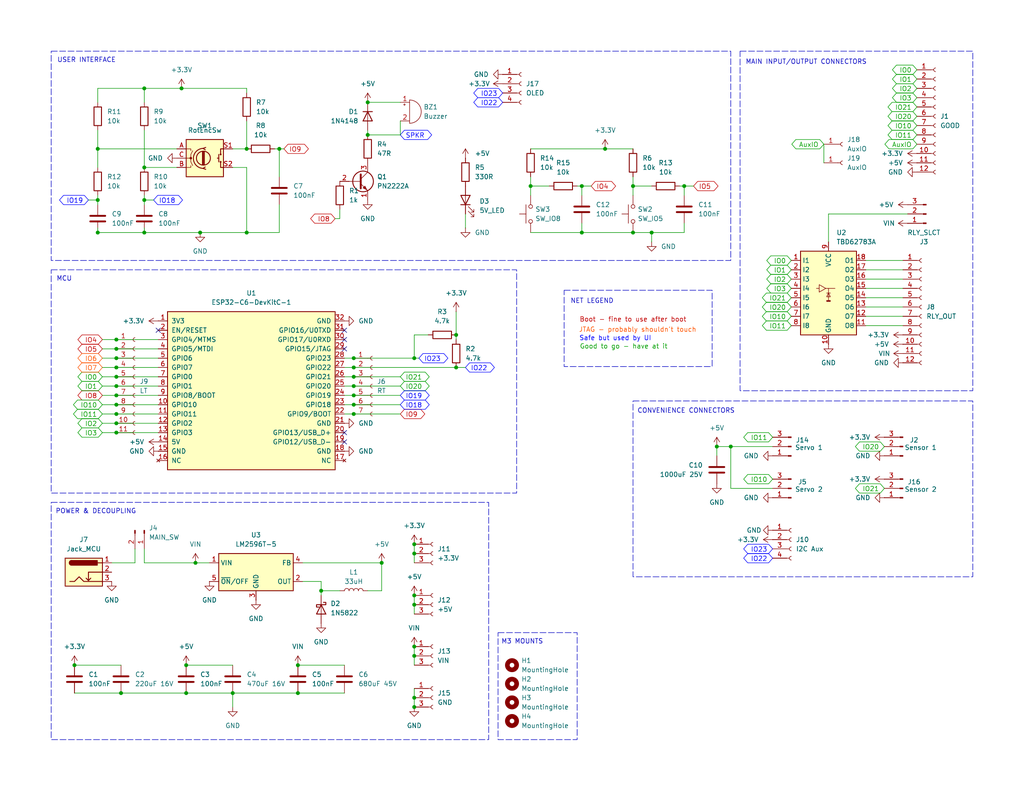
<source format=kicad_sch>
(kicad_sch (version 20250114) (generator "eeschema") (generator_version "9.0")
  (paper "USLetter")
  (title_block (title "Papa's Project Board (ESP32-C6-DevKitC-1-N8)") (date "${RevDate}") (rev "${Rev}") (company "Ben Koren"))
  (rectangle (start 13.97 73.66) (end 140.97 134.62) (stroke (width 0) (type dash)))
  (rectangle (start 13.97 137.16) (end 133.35 201.93) (stroke (width 0) (type dash)))
  (rectangle (start 201.93 13.97) (end 265.43 106.68) (stroke (width 0) (type dash)))
  (rectangle (start 153.924 79.248) (end 194.31 100.076) (stroke (width 0) (type dash)))
  (rectangle (start 135.89 172.72) (end 157.48 201.93) (stroke (width 0) (type dash)))
  (rectangle (start 172.72 109.474) (end 265.43 157.48) (stroke (width 0) (type dash)))
  (rectangle (start 13.97 13.97) (end 199.39 71.12) (stroke (width 0) (type dash)))
  (text "JTAG - probably shouldn't touch" (at 173.99 90.17 0) (effects (font (size 1.27 1.27))))
  (text "USER INTERFACE" (at 23.622 16.51 0) (effects (font (size 1.27 1.27))))
  (text "Boot - fine to use after boot" (at 172.72 87.376 0) (effects (font (size 1.27 1.27))))
  (text "Good to go - have at it" (at 170.18 94.742 0) (effects (font (size 1.27 1.27))))
  (text "MAIN INPUT/OUTPUT CONNECTORS" (at 219.964 17.018 0) (effects (font (size 1.27 1.27))))
  (text "MCU" (at 17.526 76.2 0) (effects (font (size 1.27 1.27))))
  (text "M3 MOUNTS" (at 142.494 175.26 0) (effects (font (size 1.27 1.27))))
  (text "Safe but used by UI" (at 167.894 92.456 0) (effects (font (size 1.27 1.27))))
  (text "NET LEGEND" (at 161.544 82.296 0) (effects (font (size 1.27 1.27))))
  (text "POWER & DECOUPLING" (at 26.162 139.7 0) (effects (font (size 1.27 1.27))))
  (text "CONVENIENCE CONNECTORS" (at 187.198 112.268 0) (effects (font (size 1.27 1.27))))
  (junction (at 26.67 54.61))
  (junction (at 113.03 148.59))
  (junction (at 26.67 63.5))
  (junction (at 31.75 113.03))
  (junction (at 54.61 63.5))
  (junction (at 31.75 110.49))
  (junction (at 195.58 121.92))
  (junction (at 100.33 27.94))
  (junction (at 33.02 189.23))
  (junction (at 100.33 36.83))
  (junction (at 67.31 40.64))
  (junction (at 39.37 45.72))
  (junction (at 31.75 97.79))
  (junction (at 172.72 50.8))
  (junction (at 113.03 193.04))
  (junction (at 113.03 151.13))
  (junction (at 96.52 105.41))
  (junction (at 31.75 100.33))
  (junction (at 31.75 107.95))
  (junction (at 31.75 105.41))
  (junction (at 113.03 165.1))
  (junction (at 31.75 115.57))
  (junction (at 39.37 63.5))
  (junction (at 31.75 95.25))
  (junction (at 113.03 190.5))
  (junction (at 87.63 161.29))
  (junction (at 172.72 63.5))
  (junction (at 31.75 102.87))
  (junction (at 39.37 24.13))
  (junction (at 31.75 118.11))
  (junction (at 113.03 179.07))
  (junction (at 113.03 97.79))
  (junction (at 96.52 107.95))
  (junction (at 63.5 189.23))
  (junction (at 81.28 189.23))
  (junction (at 177.8 63.5))
  (junction (at 50.8 181.61))
  (junction (at 20.32 181.61))
  (junction (at 186.69 50.8))
  (junction (at 81.28 181.61))
  (junction (at 96.52 102.87))
  (junction (at 113.03 162.56))
  (junction (at 96.52 113.03))
  (junction (at 76.2 40.64))
  (junction (at 26.67 40.64))
  (junction (at 49.53 24.13))
  (junction (at 67.31 63.5))
  (junction (at 199.39 121.92))
  (junction (at 31.75 92.71))
  (junction (at 158.75 63.5))
  (junction (at 144.78 50.8))
  (junction (at 50.8 189.23))
  (junction (at 113.03 176.53))
  (junction (at 39.37 54.61))
  (junction (at 96.52 110.49))
  (junction (at 124.46 91.44))
  (junction (at 104.14 153.67))
  (junction (at 53.34 153.67))
  (junction (at 96.52 97.79))
  (junction (at 165.1 40.64))
  (junction (at 158.75 50.8))
  (junction (at 96.52 100.33))
  (junction (at 124.46 100.33))
  (no_connect (at 93.98 90.17))
  (no_connect (at 93.98 95.25))
  (no_connect (at 43.18 90.17))
  (no_connect (at 93.98 118.11))
  (no_connect (at 93.98 120.65))
  (no_connect (at 93.98 92.71))
  (wire (pts (xy 31.75 113.03) (xy 43.18 113.03)))
  (wire (pts (xy 113.03 91.44) (xy 113.03 97.79)))
  (wire (pts (xy 158.75 50.8) (xy 161.29 50.8)))
  (wire (pts (xy 127 100.33) (xy 124.46 100.33)))
  (wire (pts (xy 186.69 50.8) (xy 186.69 53.34)))
  (wire (pts (xy 96.52 110.49) (xy 109.22 110.49)))
  (wire (pts (xy 93.98 102.87) (xy 96.52 102.87)))
  (wire (pts (xy 31.75 95.25) (xy 43.18 95.25)))
  (wire (pts (xy 31.75 100.33) (xy 43.18 100.33)))
  (wire (pts (xy 26.67 45.72) (xy 26.67 40.64)))
  (wire (pts (xy 172.72 48.26) (xy 172.72 50.8)))
  (wire (pts (xy 82.55 158.75) (xy 87.63 158.75)))
  (wire (pts (xy 53.34 153.67) (xy 39.37 153.67)))
  (wire (pts (xy 100.33 35.56) (xy 100.33 36.83)))
  (wire (pts (xy 31.75 110.49) (xy 43.18 110.49)))
  (wire (pts (xy 63.5 45.72) (xy 67.31 45.72)))
  (wire (pts (xy 27.94 115.57) (xy 31.75 115.57)))
  (wire (pts (xy 113.03 190.5) (xy 113.03 193.04)))
  (wire (pts (xy 26.67 62.23) (xy 26.67 63.5)))
  (wire (pts (xy 113.03 179.07) (xy 113.03 181.61)))
  (wire (pts (xy 67.31 25.4) (xy 67.31 24.13)))
  (wire (pts (xy 113.03 176.53) (xy 113.03 179.07)))
  (wire (pts (xy 116.84 91.44) (xy 113.03 91.44)))
  (wire (pts (xy 236.22 78.74) (xy 246.38 78.74)))
  (wire (pts (xy 76.2 40.64) (xy 76.2 48.26)))
  (wire (pts (xy 177.8 63.5) (xy 172.72 63.5)))
  (wire (pts (xy 247.65 58.42) (xy 226.06 58.42)))
  (wire (pts (xy 67.31 45.72) (xy 67.31 63.5)))
  (wire (pts (xy 76.2 63.5) (xy 67.31 63.5)))
  (wire (pts (xy 39.37 53.34) (xy 39.37 54.61)))
  (wire (pts (xy 26.67 24.13) (xy 39.37 24.13)))
  (wire (pts (xy 124.46 85.09) (xy 124.46 91.44)))
  (wire (pts (xy 27.94 113.03) (xy 31.75 113.03)))
  (wire (pts (xy 236.22 76.2) (xy 246.38 76.2)))
  (wire (pts (xy 82.55 153.67) (xy 104.14 153.67)))
  (wire (pts (xy 236.22 86.36) (xy 246.38 86.36)))
  (wire (pts (xy 27.94 105.41) (xy 31.75 105.41)))
  (wire (pts (xy 226.06 58.42) (xy 226.06 66.04)))
  (wire (pts (xy 93.98 97.79) (xy 96.52 97.79)))
  (wire (pts (xy 236.22 81.28) (xy 246.38 81.28)))
  (wire (pts (xy 186.69 50.8) (xy 189.23 50.8)))
  (wire (pts (xy 31.75 107.95) (xy 43.18 107.95)))
  (wire (pts (xy 236.22 73.66) (xy 246.38 73.66)))
  (wire (pts (xy 93.98 105.41) (xy 96.52 105.41)))
  (wire (pts (xy 39.37 45.72) (xy 48.26 45.72)))
  (wire (pts (xy 96.52 105.41) (xy 109.22 105.41)))
  (wire (pts (xy 50.8 181.61) (xy 63.5 181.61)))
  (wire (pts (xy 144.78 63.5) (xy 158.75 63.5)))
  (wire (pts (xy 93.98 100.33) (xy 96.52 100.33)))
  (wire (pts (xy 27.94 110.49) (xy 31.75 110.49)))
  (wire (pts (xy 236.22 88.9) (xy 246.38 88.9)))
  (wire (pts (xy 31.75 105.41) (xy 43.18 105.41)))
  (wire (pts (xy 92.71 57.15) (xy 92.71 59.69)))
  (wire (pts (xy 31.75 92.71) (xy 43.18 92.71)))
  (wire (pts (xy 100.33 27.94) (xy 109.22 27.94)))
  (wire (pts (xy 31.75 102.87) (xy 43.18 102.87)))
  (wire (pts (xy 199.39 133.35) (xy 199.39 121.92)))
  (wire (pts (xy 24.13 54.61) (xy 26.67 54.61)))
  (wire (pts (xy 236.22 83.82) (xy 246.38 83.82)))
  (wire (pts (xy 50.8 189.23) (xy 63.5 189.23)))
  (wire (pts (xy 185.42 50.8) (xy 186.69 50.8)))
  (wire (pts (xy 109.22 36.83) (xy 109.22 33.02)))
  (wire (pts (xy 113.03 187.96) (xy 113.03 190.5)))
  (wire (pts (xy 172.72 50.8) (xy 172.72 53.34)))
  (wire (pts (xy 210.82 133.35) (xy 199.39 133.35)))
  (wire (pts (xy 27.94 92.71) (xy 31.75 92.71)))
  (wire (pts (xy 165.1 40.64) (xy 172.72 40.64)))
  (wire (pts (xy 39.37 153.67) (xy 39.37 149.86)))
  (wire (pts (xy 39.37 35.56) (xy 39.37 45.72)))
  (wire (pts (xy 158.75 63.5) (xy 172.72 63.5)))
  (wire (pts (xy 93.98 113.03) (xy 96.52 113.03)))
  (wire (pts (xy 33.02 189.23) (xy 50.8 189.23)))
  (wire (pts (xy 27.94 118.11) (xy 31.75 118.11)))
  (wire (pts (xy 104.14 153.67) (xy 104.14 161.29)))
  (wire (pts (xy 31.75 118.11) (xy 43.18 118.11)))
  (wire (pts (xy 26.67 35.56) (xy 26.67 40.64)))
  (wire (pts (xy 74.93 40.64) (xy 76.2 40.64)))
  (wire (pts (xy 39.37 63.5) (xy 39.37 62.23)))
  (wire (pts (xy 26.67 24.13) (xy 26.67 27.94)))
  (wire (pts (xy 67.31 33.02) (xy 67.31 40.64)))
  (wire (pts (xy 39.37 24.13) (xy 39.37 27.94)))
  (wire (pts (xy 124.46 91.44) (xy 124.46 92.71)))
  (wire (pts (xy 31.75 97.79) (xy 43.18 97.79)))
  (wire (pts (xy 158.75 50.8) (xy 158.75 53.34)))
  (wire (pts (xy 39.37 54.61) (xy 41.91 54.61)))
  (wire (pts (xy 144.78 50.8) (xy 144.78 53.34)))
  (wire (pts (xy 36.83 153.67) (xy 30.48 153.67)))
  (wire (pts (xy 144.78 48.26) (xy 144.78 50.8)))
  (wire (pts (xy 113.03 165.1) (xy 113.03 167.64)))
  (wire (pts (xy 20.32 181.61) (xy 33.02 181.61)))
  (wire (pts (xy 26.67 40.64) (xy 48.26 40.64)))
  (wire (pts (xy 127 62.23) (xy 127 58.42)))
  (wire (pts (xy 26.67 55.88) (xy 26.67 54.61)))
  (wire (pts (xy 54.61 63.5) (xy 39.37 63.5)))
  (wire (pts (xy 27.94 100.33) (xy 31.75 100.33)))
  (wire (pts (xy 67.31 40.64) (xy 63.5 40.64)))
  (wire (pts (xy 186.69 63.5) (xy 177.8 63.5)))
  (wire (pts (xy 96.52 97.79) (xy 113.03 97.79)))
  (wire (pts (xy 31.75 115.57) (xy 43.18 115.57)))
  (wire (pts (xy 27.94 102.87) (xy 31.75 102.87)))
  (wire (pts (xy 76.2 55.88) (xy 76.2 63.5)))
  (wire (pts (xy 144.78 40.64) (xy 165.1 40.64)))
  (wire (pts (xy 158.75 60.96) (xy 158.75 63.5)))
  (wire (pts (xy 224.79 39.37) (xy 224.79 44.45)))
  (wire (pts (xy 236.22 71.12) (xy 246.38 71.12)))
  (wire (pts (xy 113.03 148.59) (xy 113.03 151.13)))
  (wire (pts (xy 157.48 50.8) (xy 158.75 50.8)))
  (wire (pts (xy 96.52 113.03) (xy 109.22 113.03)))
  (wire (pts (xy 87.63 161.29) (xy 92.71 161.29)))
  (wire (pts (xy 93.98 110.49) (xy 96.52 110.49)))
  (wire (pts (xy 199.39 121.92) (xy 210.82 121.92)))
  (wire (pts (xy 27.94 107.95) (xy 31.75 107.95)))
  (wire (pts (xy 81.28 189.23) (xy 93.98 189.23)))
  (wire (pts (xy 49.53 24.13) (xy 39.37 24.13)))
  (wire (pts (xy 195.58 121.92) (xy 199.39 121.92)))
  (wire (pts (xy 87.63 161.29) (xy 87.63 162.56)))
  (wire (pts (xy 93.98 107.95) (xy 96.52 107.95)))
  (wire (pts (xy 20.32 189.23) (xy 33.02 189.23)))
  (wire (pts (xy 87.63 161.29) (xy 87.63 158.75)))
  (wire (pts (xy 172.72 50.8) (xy 177.8 50.8)))
  (wire (pts (xy 76.2 40.64) (xy 77.47 40.64)))
  (wire (pts (xy 100.33 161.29) (xy 104.14 161.29)))
  (wire (pts (xy 100.33 36.83) (xy 109.22 36.83)))
  (wire (pts (xy 63.5 189.23) (xy 81.28 189.23)))
  (wire (pts (xy 186.69 60.96) (xy 186.69 63.5)))
  (wire (pts (xy 67.31 24.13) (xy 49.53 24.13)))
  (wire (pts (xy 81.28 181.61) (xy 93.98 181.61)))
  (wire (pts (xy 27.94 95.25) (xy 31.75 95.25)))
  (wire (pts (xy 114.3 97.79) (xy 113.03 97.79)))
  (wire (pts (xy 113.03 151.13) (xy 113.03 153.67)))
  (wire (pts (xy 39.37 63.5) (xy 26.67 63.5)))
  (wire (pts (xy 92.71 59.69) (xy 91.44 59.69)))
  (wire (pts (xy 39.37 54.61) (xy 39.37 55.88)))
  (wire (pts (xy 96.52 100.33) (xy 124.46 100.33)))
  (wire (pts (xy 54.61 63.5) (xy 67.31 63.5)))
  (wire (pts (xy 53.34 153.67) (xy 57.15 153.67)))
  (wire (pts (xy 63.5 189.23) (xy 63.5 193.04)))
  (wire (pts (xy 36.83 149.86) (xy 36.83 153.67)))
  (wire (pts (xy 177.8 66.04) (xy 177.8 63.5)))
  (wire (pts (xy 96.52 107.95) (xy 109.22 107.95)))
  (wire (pts (xy 27.94 97.79) (xy 31.75 97.79)))
  (wire (pts (xy 26.67 54.61) (xy 26.67 53.34)))
  (wire (pts (xy 113.03 162.56) (xy 113.03 165.1)))
  (wire (pts (xy 144.78 50.8) (xy 149.86 50.8)))
  (wire (pts (xy 96.52 102.87) (xy 109.22 102.87)))
  (wire (pts (xy 195.58 121.92) (xy 195.58 124.46)))
  (global_label "IO20" (shape bidirectional) (at 109.22 105.41 0) (property "Intersheetrefs" "${INTERSHEET_REFS}" (effects (hide yes))))
  (global_label "IO20" (shape bidirectional) (at 250.19 31.75 180) (property "Intersheetrefs" "${INTERSHEET_REFS}" (effects (hide yes))))
  (global_label "IO11" (shape bidirectional) (at 250.19 36.83 180) (property "Intersheetrefs" "${INTERSHEET_REFS}" (effects (hide yes))))
  (global_label "IO2" (shape bidirectional) (at 250.19 24.13 180) (property "Intersheetrefs" "${INTERSHEET_REFS}" (effects (hide yes))))
  (global_label "SPKR" (shape bidirectional) (at 109.22 36.83 0) (property "Intersheetrefs" "${INTERSHEET_REFS}" (effects (hide yes))))
  (global_label "IO11" (shape bidirectional) (at 215.9 88.9 180) (property "Intersheetrefs" "${INTERSHEET_REFS}" (effects (hide yes))))
  (global_label "AuxIO" (shape bidirectional) (at 250.19 39.37 180) (property "Intersheetrefs" "${INTERSHEET_REFS}" (effects (hide yes))))
  (global_label "IO9" (shape bidirectional) (at 109.22 113.03 0) (property "Intersheetrefs" "${INTERSHEET_REFS}" (effects (hide yes))))
  (global_label "IO18" (shape bidirectional) (at 109.22 110.49 0) (property "Intersheetrefs" "${INTERSHEET_REFS}" (effects (hide yes))))
  (global_label "IO21" (shape bidirectional) (at 250.19 29.21 180) (property "Intersheetrefs" "${INTERSHEET_REFS}" (effects (hide yes))))
  (global_label "IO4" (shape bidirectional) (at 27.94 92.71 180) (property "Intersheetrefs" "${INTERSHEET_REFS}" (effects (hide yes))))
  (global_label "IO8" (shape bidirectional) (at 91.44 59.69 180) (property "Intersheetrefs" "${INTERSHEET_REFS}" (effects (hide yes))))
  (global_label "IO23" (shape bidirectional) (at 210.82 149.86 180) (property "Intersheetrefs" "${INTERSHEET_REFS}" (effects (hide yes))))
  (global_label "IO10" (shape bidirectional) (at 210.82 130.81 180) (property "Intersheetrefs" "${INTERSHEET_REFS}" (effects (hide yes))))
  (global_label "IO10" (shape bidirectional) (at 27.94 110.49 180) (property "Intersheetrefs" "${INTERSHEET_REFS}" (effects (hide yes))))
  (global_label "IO20" (shape bidirectional) (at 241.3 121.92 180) (property "Intersheetrefs" "${INTERSHEET_REFS}" (effects (hide yes))))
  (global_label "IO2" (shape bidirectional) (at 215.9 76.2 180) (property "Intersheetrefs" "${INTERSHEET_REFS}" (effects (hide yes))))
  (global_label "IO2" (shape bidirectional) (at 27.94 115.57 180) (property "Intersheetrefs" "${INTERSHEET_REFS}" (effects (hide yes))))
  (global_label "IO23" (shape bidirectional) (at 114.3 97.79 0) (property "Intersheetrefs" "${INTERSHEET_REFS}" (effects (hide yes))))
  (global_label "IO7" (shape bidirectional) (at 27.94 100.33 180) (property "Intersheetrefs" "${INTERSHEET_REFS}" (effects (hide yes))))
  (global_label "IO19" (shape bidirectional) (at 109.22 107.95 0) (property "Intersheetrefs" "${INTERSHEET_REFS}" (effects (hide yes))))
  (global_label "IO6" (shape bidirectional) (at 27.94 97.79 180) (property "Intersheetrefs" "${INTERSHEET_REFS}" (effects (hide yes))))
  (global_label "IO4" (shape bidirectional) (at 161.29 50.8 0) (property "Intersheetrefs" "${INTERSHEET_REFS}" (effects (hide yes))))
  (global_label "IO1" (shape bidirectional) (at 27.94 105.41 180) (property "Intersheetrefs" "${INTERSHEET_REFS}" (effects (hide yes))))
  (global_label "IO3" (shape bidirectional) (at 250.19 26.67 180) (property "Intersheetrefs" "${INTERSHEET_REFS}" (effects (hide yes))))
  (global_label "IO0" (shape bidirectional) (at 215.9 71.12 180) (property "Intersheetrefs" "${INTERSHEET_REFS}" (effects (hide yes))))
  (global_label "IO10" (shape bidirectional) (at 250.19 34.29 180) (property "Intersheetrefs" "${INTERSHEET_REFS}" (effects (hide yes))))
  (global_label "IO1" (shape bidirectional) (at 250.19 21.59 180) (property "Intersheetrefs" "${INTERSHEET_REFS}" (effects (hide yes))))
  (global_label "IO0" (shape bidirectional) (at 250.19 19.05 180) (property "Intersheetrefs" "${INTERSHEET_REFS}" (effects (hide yes))))
  (global_label "IO8" (shape bidirectional) (at 27.94 107.95 180) (property "Intersheetrefs" "${INTERSHEET_REFS}" (effects (hide yes))))
  (global_label "IO23" (shape bidirectional) (at 137.16 25.4 180) (property "Intersheetrefs" "${INTERSHEET_REFS}" (effects (hide yes))))
  (global_label "IO22" (shape bidirectional) (at 210.82 152.4 180) (property "Intersheetrefs" "${INTERSHEET_REFS}" (effects (hide yes))))
  (global_label "IO9" (shape bidirectional) (at 77.47 40.64 0) (property "Intersheetrefs" "${INTERSHEET_REFS}" (effects (hide yes))))
  (global_label "IO22" (shape bidirectional) (at 137.16 27.94 180) (property "Intersheetrefs" "${INTERSHEET_REFS}" (effects (hide yes))))
  (global_label "IO21" (shape bidirectional) (at 109.22 102.87 0) (property "Intersheetrefs" "${INTERSHEET_REFS}" (effects (hide yes))))
  (global_label "IO20" (shape bidirectional) (at 215.9 83.82 180) (property "Intersheetrefs" "${INTERSHEET_REFS}" (effects (hide yes))))
  (global_label "IO3" (shape bidirectional) (at 27.94 118.11 180) (property "Intersheetrefs" "${INTERSHEET_REFS}" (effects (hide yes))))
  (global_label "IO11" (shape bidirectional) (at 27.94 113.03 180) (property "Intersheetrefs" "${INTERSHEET_REFS}" (effects (hide yes))))
  (global_label "IO1" (shape bidirectional) (at 215.9 73.66 180) (property "Intersheetrefs" "${INTERSHEET_REFS}" (effects (hide yes))))
  (global_label "IO3" (shape bidirectional) (at 215.9 78.74 180) (property "Intersheetrefs" "${INTERSHEET_REFS}" (effects (hide yes))))
  (global_label "IO10" (shape bidirectional) (at 215.9 86.36 180) (property "Intersheetrefs" "${INTERSHEET_REFS}" (effects (hide yes))))
  (global_label "IO18" (shape bidirectional) (at 41.91 54.61 0) (property "Intersheetrefs" "${INTERSHEET_REFS}" (effects (hide yes))))
  (global_label "IO22" (shape bidirectional) (at 127 100.33 0) (property "Intersheetrefs" "${INTERSHEET_REFS}" (effects (hide yes))))
  (global_label "IO5" (shape bidirectional) (at 189.23 50.8 0) (property "Intersheetrefs" "${INTERSHEET_REFS}" (effects (hide yes))))
  (global_label "IO11" (shape bidirectional) (at 210.82 119.38 180) (property "Intersheetrefs" "${INTERSHEET_REFS}" (effects (hide yes))))
  (global_label "IO21" (shape bidirectional) (at 241.3 133.35 180) (property "Intersheetrefs" "${INTERSHEET_REFS}" (effects (hide yes))))
  (global_label "IO0" (shape bidirectional) (at 27.94 102.87 180) (property "Intersheetrefs" "${INTERSHEET_REFS}" (effects (hide yes))))
  (global_label "IO21" (shape bidirectional) (at 215.9 81.28 180) (property "Intersheetrefs" "${INTERSHEET_REFS}" (effects (hide yes))))
  (global_label "AuxIO" (shape bidirectional) (at 224.79 39.37 180) (property "Intersheetrefs" "${INTERSHEET_REFS}" (effects (hide yes))))
  (global_label "IO5" (shape bidirectional) (at 27.94 95.25 180) (property "Intersheetrefs" "${INTERSHEET_REFS}" (effects (hide yes))))
  (global_label "IO19" (shape bidirectional) (at 24.13 54.61 180) (property "Intersheetrefs" "${INTERSHEET_REFS}" (effects (hide yes))))
  (symbol (lib_id "Device:R") (at 92.71 53.34 0) (unit 1)
    (property "Reference" "R1" (at 95.25 52.0699 0) (effects (justify left)))
    (property "Value" "1k" (at 95.25 54.6099 0) (effects (justify left)))
    (property "Footprint" "Resistor_THT:R_Axial_DIN0207_L6.3mm_D2.5mm_P10.16mm_Horizontal" (effects (hide yes)))
    (property "Description" "Resistor" (effects (hide yes)))
  )
  (symbol (lib_id "Switch:SW_Push") (at 172.72 58.42 90) (unit 1)
    (property "Reference" "SW2" (at 173.99 57.1499 90) (effects (justify right)))
    (property "Value" "SW_IO5" (at 173.99 59.6899 90) (effects (justify right)))
    (property "Footprint" "Button_Switch_THT:SW_PUSH-12mm_Wuerth-430476085716" (effects (hide yes)))
    (property "Description" "Push button switch, generic, two pins" (effects (hide yes)))
  )
  (symbol (lib_id "Mechanical:MountingHole") (at 139.7 196.85 0) (unit 1) (in_bom no)
    (property "Reference" "H4" (at 142.24 195.5799 0) (effects (justify left)))
    (property "Value" "MountingHole" (at 142.24 198.1199 0) (effects (justify left)))
    (property "Footprint" "MountingHole:MountingHole_3.2mm_M3" (effects (hide yes)))
    (property "Description" "Mounting Hole without connection" (effects (hide yes)))
  )
  (symbol (lib_id "Device:C") (at 158.75 57.15 0) (unit 1)
    (property "Reference" "C12" (at 162.56 55.8799 0) (effects (justify left)))
    (property "Value" "100nF" (at 162.56 58.4199 0) (effects (justify left)))
    (property "Footprint" "Capacitor_THT:C_Disc_D5.0mm_W2.5mm_P5.00mm" (effects (hide yes)))
    (property "Description" "Unpolarized capacitor" (effects (hide yes)))
  )
  (symbol (lib_id "power:GND") (at 69.85 163.83 0) (unit 1)
    (property "Reference" "#PWR014" (effects (hide yes)))
    (property "Value" "GND" (at 69.85 168.91 0))
    (property "Description" "Power symbol creates a global label with name \"GND\" , ground" (effects (hide yes)))
  )
  (symbol (lib_id "PCM_Espressif:ESP32-C6-DevKitC-1") (at 68.58 105.41 0) (unit 1)
    (property "Reference" "U1" (at 68.58 80.01 0))
    (property "Value" "ESP32-C6-DevKitC-1" (at 68.58 82.55 0))
    (property "Footprint" "PCM_Espressif:ESP32-C6-DevKitC-1" (effects (hide yes)))
    (property "Datasheet" "https://docs.espressif.com/projects/espressif-esp-dev-kits/en/latest/esp32c6/esp32-c6-devkitc-1/user_guide.html" (effects (hide yes)))
    (property "Description" "ESP32-C6-DevKitC-1" (effects (hide yes)))
  )
  (symbol (lib_id "power:GND") (at 177.8 66.04 0) (unit 1)
    (property "Reference" "#PWR055" (effects (hide yes)))
    (property "Value" "GND" (at 180.34 67.3099 0) (effects (justify left)))
    (property "Description" "Power symbol creates a global label with name \"GND\" , ground" (effects (hide yes)))
  )
  (symbol (lib_id "Device:C") (at 50.8 185.42 0) (unit 1)
    (property "Reference" "C3" (at 54.61 184.1499 0) (effects (justify left)))
    (property "Value" "100nF" (at 54.61 186.6899 0) (effects (justify left)))
    (property "Footprint" "Capacitor_THT:C_Disc_D5.0mm_W2.5mm_P5.00mm" (effects (hide yes)))
    (property "Description" "Unpolarized capacitor" (effects (hide yes)))
  )
  (symbol (lib_id "Device:C") (at 76.2 52.07 0) (unit 1)
    (property "Reference" "C7" (at 80.01 50.7999 0) (effects (justify left)))
    (property "Value" "100nF" (at 80.01 53.3399 0) (effects (justify left)))
    (property "Footprint" "Capacitor_THT:C_Disc_D5.0mm_W2.5mm_P5.00mm" (effects (hide yes)))
    (property "Description" "Unpolarized capacitor" (effects (hide yes)))
  )
  (symbol (lib_id "Device:C") (at 63.5 185.42 0) (unit 1)
    (property "Reference" "C4" (at 67.31 184.1499 0) (effects (justify left)))
    (property "Value" "470uF 16V" (at 67.31 186.6899 0) (effects (justify left)))
    (property "Footprint" "Capacitor_THT:CP_Radial_D8.0mm_P2.50mm" (effects (hide yes)))
    (property "Description" "Unpolarized capacitor" (effects (hide yes)))
  )
  (symbol (lib_name "Conn_01x03_Socket_2") (lib_id "Connector:Conn_01x03_Socket") (at 118.11 190.5 0) (unit 1)
    (property "Reference" "J15" (at 119.38 189.2299 0) (effects (justify left)))
    (property "Value" "GND" (at 119.38 191.7699 0) (effects (justify left)))
    (property "Footprint" "Connector_PinSocket_2.54mm:PinSocket_1x03_P2.54mm_Vertical" (effects (hide yes)))
    (property "Description" "Generic connector, single row, 01x03, script generated" (effects (hide yes)))
  )
  (symbol (lib_id "Diode:1N4148") (at 100.33 31.75 90) (mirror x) (unit 1)
    (property "Reference" "D1" (at 97.79 30.4799 90) (effects (justify left)))
    (property "Value" "1N4148" (at 97.79 33.0199 90) (effects (justify left)))
    (property "Footprint" "Diode_THT:D_DO-35_SOD27_P7.62mm_Horizontal" (effects (hide yes)))
    (property "Datasheet" "https://assets.nexperia.com/documents/data-sheet/1N4148_1N4448.pdf" (effects (hide yes)))
    (property "Description" "100V 0.15A standard switching diode, DO-35" (effects (hide yes)))
    (property "Sim.Device" "D" (effects (hide yes)))
    (property "Sim.Pins" "1=K 2=A" (effects (hide yes)))
  )
  (symbol (lib_id "power:VCC") (at 43.18 120.65 90) (unit 1)
    (property "Reference" "#PWR016" (effects (hide yes)))
    (property "Value" "+5V" (at 39.37 120.6499 90) (effects (justify left)))
    (property "Description" "Power symbol creates a global label with name \"VCC\"" (effects (hide yes)))
  )
  (symbol (lib_id "power:VCC") (at 247.65 60.96 90) (unit 1)
    (property "Reference" "#PWR030" (effects (hide yes)))
    (property "Value" "VIN" (at 242.57 60.96 90))
    (property "Description" "Power symbol creates a global label with name \"VCC\"" (effects (hide yes)))
  )
  (symbol (lib_id "power:GND") (at 195.58 132.08 0) (unit 1)
    (property "Reference" "#PWR07" (effects (hide yes)))
    (property "Value" "GND" (at 195.58 137.16 0))
    (property "Description" "Power symbol creates a global label with name \"GND\" , ground" (effects (hide yes)))
  )
  (symbol (lib_id "Transistor_Array:TBD62783A") (at 226.06 78.74 0) (unit 1)
    (property "Reference" "U2" (at 228.2033 63.5 0) (effects (justify left)))
    (property "Value" "TBD62783A" (at 228.2033 66.04 0) (effects (justify left)))
    (property "Footprint" "Package_DIP:DIP-18_W7.62mm_Socket" (effects (hide yes)))
    (property "Datasheet" "http://toshiba.semicon-storage.com/info/docget.jsp?did=30523&prodName=TBD62783APG" (effects (hide yes)))
    (property "Description" "8-Channel Source Type Transistor Array, TTL and CMOS compatible, 500mA, 50V, DIP-18/SOP-18/SSOP-18/SOIC-18W" (effects (hide yes)))
  )
  (symbol (lib_id "Device:R") (at 144.78 44.45 0) (unit 1)
    (property "Reference" "R14" (at 147.32 43.1799 0) (effects (justify left)))
    (property "Value" "10k" (at 147.32 45.7199 0) (effects (justify left)))
    (property "Footprint" "Resistor_THT:R_Axial_DIN0207_L6.3mm_D2.5mm_P10.16mm_Horizontal" (effects (hide yes)))
    (property "Description" "Resistor" (effects (hide yes)))
  )
  (symbol (lib_id "power:+5V") (at 50.8 181.61 0) (unit 1)
    (property "Reference" "#PWR023" (effects (hide yes)))
    (property "Value" "+5V" (at 50.8 176.53 0))
    (property "Description" "Power symbol creates a global label with name \"+5V\"" (effects (hide yes)))
  )
  (symbol (lib_id "power:+3.3V") (at 250.19 41.91 90) (unit 1)
    (property "Reference" "#PWR038" (effects (hide yes)))
    (property "Value" "+3.3V" (at 246.38 41.9099 90) (effects (justify left)))
    (property "Description" "Power symbol creates a global label with name \"+3.3V\"" (effects (hide yes)))
  )
  (symbol (lib_id "power:+3.3V") (at 246.38 91.44 90) (unit 1)
    (property "Reference" "#PWR034" (effects (hide yes)))
    (property "Value" "+3.3V" (at 242.57 91.4399 90) (effects (justify left)))
    (property "Description" "Power symbol creates a global label with name \"+3.3V\"" (effects (hide yes)))
  )
  (symbol (lib_id "Connector:Conn_01x03_Pin") (at 252.73 58.42 180) (unit 1)
    (property "Reference" "J3" (at 252.095 66.04 0))
    (property "Value" "RLY_SLCT" (at 252.095 63.5 0))
    (property "Footprint" "Connector_PinHeader_2.54mm:PinHeader_1x03_P2.54mm_Vertical" (effects (hide yes)))
    (property "Description" "Generic connector, single row, 01x03, script generated" (effects (hide yes)))
  )
  (symbol (lib_id "power:GND") (at 93.98 87.63 90) (unit 1)
    (property "Reference" "#PWR047" (effects (hide yes)))
    (property "Value" "GND" (at 97.79 87.6299 90) (effects (justify right)))
    (property "Description" "Power symbol creates a global label with name \"GND\" , ground" (effects (hide yes)))
  )
  (symbol (lib_id "Connector:Conn_01x01_Socket") (at 229.87 39.37 0) (unit 1)
    (property "Reference" "J18" (at 231.14 38.0999 0) (effects (justify left)))
    (property "Value" "AuxIO" (at 231.14 40.6399 0) (effects (justify left)))
    (property "Footprint" "TestPoint:TestPoint_Pad_D1.0mm" (effects (hide yes)))
    (property "Description" "Generic connector, single row, 01x01, script generated" (effects (hide yes)))
  )
  (symbol (lib_id "power:+3.3V") (at 20.32 181.61 0) (unit 1)
    (property "Reference" "#PWR027" (effects (hide yes)))
    (property "Value" "+3.3V" (at 20.32 176.53 0))
    (property "Description" "Power symbol creates a global label with name \"+3.3V\"" (effects (hide yes)))
  )
  (symbol (lib_id "Device:R") (at 127 46.99 0) (unit 1)
    (property "Reference" "R5" (at 129.54 45.7199 0) (effects (justify left)))
    (property "Value" "330R" (at 129.54 48.2599 0) (effects (justify left)))
    (property "Footprint" "Resistor_THT:R_Axial_DIN0207_L6.3mm_D2.5mm_P10.16mm_Horizontal" (effects (hide yes)))
    (property "Description" "Resistor" (effects (hide yes)))
  )
  (symbol (lib_id "Mechanical:MountingHole") (at 139.7 186.69 0) (unit 1) (in_bom no)
    (property "Reference" "H2" (at 142.24 185.4199 0) (effects (justify left)))
    (property "Value" "MountingHole" (at 142.24 187.9599 0) (effects (justify left)))
    (property "Footprint" "MountingHole:MountingHole_3.2mm_M3" (effects (hide yes)))
    (property "Description" "Mounting Hole without connection" (effects (hide yes)))
  )
  (symbol (lib_id "power:GND") (at 48.26 43.18 270) (unit 1)
    (property "Reference" "#PWR053" (effects (hide yes)))
    (property "Value" "GND" (at 44.45 43.1799 90) (effects (justify right)))
    (property "Description" "Power symbol creates a global label with name \"GND\" , ground" (effects (hide yes)))
  )
  (symbol (lib_name "Conn_01x03_Socket_2") (lib_id "Connector:Conn_01x03_Socket") (at 118.11 179.07 0) (unit 1)
    (property "Reference" "J13" (at 119.38 177.7999 0) (effects (justify left)))
    (property "Value" "VIN" (at 119.38 180.3399 0) (effects (justify left)))
    (property "Footprint" "Connector_PinSocket_2.54mm:PinSocket_1x03_P2.54mm_Vertical" (effects (hide yes)))
    (property "Description" "Generic connector, single row, 01x03, script generated" (effects (hide yes)))
  )
  (symbol (lib_id "Device:C") (at 81.28 185.42 0) (unit 1)
    (property "Reference" "C5" (at 85.09 184.1499 0) (effects (justify left)))
    (property "Value" "100nF" (at 85.09 186.6899 0) (effects (justify left)))
    (property "Footprint" "Capacitor_THT:C_Disc_D5.0mm_W2.5mm_P5.00mm" (effects (hide yes)))
    (property "Description" "Unpolarized capacitor" (effects (hide yes)))
  )
  (symbol (lib_id "Switch:SW_Push") (at 144.78 58.42 90) (unit 1)
    (property "Reference" "SW3" (at 146.05 57.1499 90) (effects (justify right)))
    (property "Value" "SW_IO8" (at 146.05 59.6899 90) (effects (justify right)))
    (property "Footprint" "Button_Switch_THT:SW_PUSH-12mm_Wuerth-430476085716" (effects (hide yes)))
    (property "Description" "Push button switch, generic, two pins" (effects (hide yes)))
  )
  (symbol (lib_id "Device:RotaryEncoder_Switch") (at 55.88 43.18 0) (unit 1)
    (property "Reference" "SW1" (at 55.88 34.29 0))
    (property "Value" "RotEncSw" (at 55.88 35.56 0))
    (property "Footprint" "Rotary_Encoder:RotaryEncoder_Alps_EC11E-Switch_Vertical_H20mm" (effects (hide yes)))
    (property "Description" "Rotary encoder, dual channel, incremental quadrate outputs, with switch" (effects (hide yes)))
  )
  (symbol (lib_id "power:+3.3V") (at 241.3 119.38 90) (unit 1)
    (property "Reference" "#PWR04" (effects (hide yes)))
    (property "Value" "+3.3V" (at 237.49 119.3799 90) (effects (justify left)))
    (property "Description" "Power symbol creates a global label with name \"+3.3V\"" (effects (hide yes)))
  )
  (symbol (lib_id "Mechanical:MountingHole") (at 139.7 181.61 0) (unit 1) (in_bom no)
    (property "Reference" "H1" (at 142.24 180.3399 0) (effects (justify left)))
    (property "Value" "MountingHole" (at 142.24 182.8799 0) (effects (justify left)))
    (property "Footprint" "MountingHole:MountingHole_3.2mm_M3" (effects (hide yes)))
    (property "Description" "Mounting Hole without connection" (effects (hide yes)))
  )
  (symbol (lib_id "power:GND") (at 93.98 115.57 90) (unit 1)
    (property "Reference" "#PWR035" (effects (hide yes)))
    (property "Value" "GND" (at 97.79 115.5699 90) (effects (justify right)))
    (property "Description" "Power symbol creates a global label with name \"GND\" , ground" (effects (hide yes)))
  )
  (symbol (lib_id "power:GND") (at 241.3 135.89 270) (unit 1)
    (property "Reference" "#PWR050" (effects (hide yes)))
    (property "Value" "GND" (at 237.49 135.8899 90) (effects (justify right)))
    (property "Description" "Power symbol creates a global label with name \"GND\" , ground" (effects (hide yes)))
  )
  (symbol (lib_id "power:+5V") (at 104.14 153.67 0) (unit 1)
    (property "Reference" "#PWR09" (effects (hide yes)))
    (property "Value" "+5V" (at 104.14 148.59 0))
    (property "Description" "Power symbol creates a global label with name \"+5V\"" (effects (hide yes)))
  )
  (symbol (lib_id "Device:R") (at 39.37 49.53 0) (unit 1)
    (property "Reference" "R10" (at 41.91 48.2599 0) (effects (justify left)))
    (property "Value" "10k" (at 41.91 50.7999 0) (effects (justify left)))
    (property "Footprint" "Resistor_THT:R_Axial_DIN0207_L6.3mm_D2.5mm_P10.16mm_Horizontal" (effects (hide yes)))
    (property "Description" "Resistor" (effects (hide yes)))
  )
  (symbol (lib_name "Conn_01x03_Socket_2") (lib_id "Connector:Conn_01x03_Socket") (at 118.11 151.13 0) (unit 1)
    (property "Reference" "J11" (at 119.38 149.8599 0) (effects (justify left)))
    (property "Value" "+3.3V" (at 119.38 152.3999 0) (effects (justify left)))
    (property "Footprint" "Connector_PinSocket_2.54mm:PinSocket_1x03_P2.54mm_Vertical" (effects (hide yes)))
    (property "Description" "Generic connector, single row, 01x03, script generated" (effects (hide yes)))
  )
  (symbol (lib_id "power:VCC") (at 246.38 93.98 90) (unit 1)
    (property "Reference" "#PWR032" (effects (hide yes)))
    (property "Value" "+5V" (at 242.57 93.9799 90) (effects (justify left)))
    (property "Description" "Power symbol creates a global label with name \"VCC\"" (effects (hide yes)))
  )
  (symbol (lib_id "Device:R") (at 120.65 91.44 270) (unit 1)
    (property "Reference" "R3" (at 120.65 85.09 90))
    (property "Value" "4.7k" (at 120.65 87.63 90))
    (property "Footprint" "Resistor_THT:R_Axial_DIN0207_L6.3mm_D2.5mm_P10.16mm_Horizontal" (effects (hide yes)))
    (property "Description" "Resistor" (effects (hide yes)))
  )
  (symbol (lib_name "Conn_01x03_Socket_2") (lib_id "Connector:Conn_01x03_Socket") (at 118.11 165.1 0) (unit 1)
    (property "Reference" "J12" (at 119.38 163.8299 0) (effects (justify left)))
    (property "Value" "+5V" (at 119.38 166.3699 0) (effects (justify left)))
    (property "Footprint" "Connector_PinSocket_2.54mm:PinSocket_1x03_P2.54mm_Vertical" (effects (hide yes)))
    (property "Description" "Generic connector, single row, 01x03, script generated" (effects (hide yes)))
  )
  (symbol (lib_id "power:GND") (at 137.16 20.32 270) (mirror x) (unit 1)
    (property "Reference" "#PWR02" (effects (hide yes)))
    (property "Value" "GND" (at 133.35 20.3199 90) (effects (justify right)))
    (property "Description" "Power symbol creates a global label with name \"GND\" , ground" (effects (hide yes)))
  )
  (symbol (lib_id "power:VCC") (at 247.65 55.88 90) (unit 1)
    (property "Reference" "#PWR029" (effects (hide yes)))
    (property "Value" "+5V" (at 243.84 55.8799 90) (effects (justify left)))
    (property "Description" "Power symbol creates a global label with name \"VCC\"" (effects (hide yes)))
  )
  (symbol (lib_id "power:GND") (at 30.48 158.75 0) (unit 1)
    (property "Reference" "#PWR013" (effects (hide yes)))
    (property "Value" "GND" (at 30.48 163.83 0))
    (property "Description" "Power symbol creates a global label with name \"GND\" , ground" (effects (hide yes)))
  )
  (symbol (lib_id "Device:R") (at 153.67 50.8 270) (unit 1)
    (property "Reference" "R15" (at 153.67 44.45 90))
    (property "Value" "10k" (at 153.67 46.99 90))
    (property "Footprint" "Resistor_THT:R_Axial_DIN0207_L6.3mm_D2.5mm_P10.16mm_Horizontal" (effects (hide yes)))
    (property "Description" "Resistor" (effects (hide yes)))
  )
  (symbol (lib_id "power:GND") (at 113.03 193.04 0) (unit 1)
    (property "Reference" "#PWR044" (effects (hide yes)))
    (property "Value" "GND" (at 113.03 198.12 0))
    (property "Description" "Power symbol creates a global label with name \"GND\" , ground" (effects (hide yes)))
  )
  (symbol (lib_id "Device:R") (at 172.72 44.45 0) (unit 1)
    (property "Reference" "R6" (at 175.26 43.1799 0) (effects (justify left)))
    (property "Value" "10k" (at 175.26 45.7199 0) (effects (justify left)))
    (property "Footprint" "Resistor_THT:R_Axial_DIN0207_L6.3mm_D2.5mm_P10.16mm_Horizontal" (effects (hide yes)))
    (property "Description" "Resistor" (effects (hide yes)))
  )
  (symbol (lib_id "power:VCC") (at 100.33 27.94 0) (unit 1)
    (property "Reference" "#PWR05" (effects (hide yes)))
    (property "Value" "+5V" (at 100.33 22.86 0))
    (property "Description" "Power symbol creates a global label with name \"VCC\"" (effects (hide yes)))
  )
  (symbol (lib_id "power:GND") (at 93.98 123.19 90) (unit 1)
    (property "Reference" "#PWR018" (effects (hide yes)))
    (property "Value" "GND" (at 97.79 123.1899 90) (effects (justify right)))
    (property "Description" "Power symbol creates a global label with name \"GND\" , ground" (effects (hide yes)))
  )
  (symbol (lib_id "power:GND") (at 210.82 135.89 270) (unit 1)
    (property "Reference" "#PWR048" (effects (hide yes)))
    (property "Value" "GND" (at 207.01 135.8899 90) (effects (justify right)))
    (property "Description" "Power symbol creates a global label with name \"GND\" , ground" (effects (hide yes)))
  )
  (symbol (lib_id "power:+3.3V") (at 210.82 147.32 90) (unit 1)
    (property "Reference" "#PWR020" (effects (hide yes)))
    (property "Value" "+3.3V" (at 207.01 147.3199 90) (effects (justify left)))
    (property "Description" "Power symbol creates a global label with name \"+3.3V\"" (effects (hide yes)))
  )
  (symbol (lib_id "Device:R") (at 26.67 31.75 0) (unit 1)
    (property "Reference" "R11" (at 29.21 30.4799 0) (effects (justify left)))
    (property "Value" "10k" (at 29.21 33.0199 0) (effects (justify left)))
    (property "Footprint" "Resistor_THT:R_Axial_DIN0207_L6.3mm_D2.5mm_P10.16mm_Horizontal" (effects (hide yes)))
    (property "Description" "Resistor" (effects (hide yes)))
  )
  (symbol (lib_id "power:GND") (at 210.82 144.78 270) (unit 1)
    (property "Reference" "#PWR021" (effects (hide yes)))
    (property "Value" "GND" (at 205.74 144.78 90))
    (property "Description" "Power symbol creates a global label with name \"GND\" , ground" (effects (hide yes)))
  )
  (symbol (lib_id "Connector:Conn_01x12_Socket") (at 255.27 31.75 0) (unit 1)
    (property "Reference" "J1" (at 256.54 31.7499 0) (effects (justify left)))
    (property "Value" "GOOD" (at 256.54 34.2899 0) (effects (justify left)))
    (property "Footprint" "Connector_JST:JST_XH_B12B-XH-A_1x12_P2.50mm_Vertical" (effects (hide yes)))
    (property "Description" "Generic connector, single row, 01x12, script generated" (effects (hide yes)))
  )
  (symbol (lib_id "Connector:Conn_01x02_Pin") (at 39.37 144.78 270) (unit 1)
    (property "Reference" "J4" (at 40.64 144.1449 90) (effects (justify left)))
    (property "Value" "MAIN_SW" (at 40.64 146.6849 90) (effects (justify left)))
    (property "Footprint" "Connector_PinHeader_2.54mm:PinHeader_1x02_P2.54mm_Vertical" (effects (hide yes)))
    (property "Description" "Generic connector, single row, 01x02, script generated" (effects (hide yes)))
  )
  (symbol (lib_id "Device:Buzzer") (at 111.76 30.48 0) (unit 1)
    (property "Reference" "BZ1" (at 115.57 29.2099 0) (effects (justify left)))
    (property "Value" "Buzzer" (at 115.57 31.7499 0) (effects (justify left)))
    (property "Footprint" "Buzzer_Beeper:Buzzer_D14mm_H7mm_P10mm" (effects (hide yes)))
    (property "Description" "Buzzer, polarized" (effects (hide yes)))
  )
  (symbol (lib_id "power:+3.3V") (at 113.03 176.53 0) (unit 1)
    (property "Reference" "#PWR042" (effects (hide yes)))
    (property "Value" "VIN" (at 113.03 171.45 0))
    (property "Description" "Power symbol creates a global label with name \"+3.3V\"" (effects (hide yes)))
  )
  (symbol (lib_id "power:GND") (at 57.15 158.75 0) (unit 1)
    (property "Reference" "#PWR015" (effects (hide yes)))
    (property "Value" "GND" (at 57.15 163.83 0))
    (property "Description" "Power symbol creates a global label with name \"GND\" , ground" (effects (hide yes)))
  )
  (symbol (lib_id "power:VCC") (at 250.19 44.45 90) (unit 1)
    (property "Reference" "#PWR037" (effects (hide yes)))
    (property "Value" "+5V" (at 246.38 44.4499 90) (effects (justify left)))
    (property "Description" "Power symbol creates a global label with name \"VCC\"" (effects (hide yes)))
  )
  (symbol (lib_id "power:+3.3V") (at 165.1 40.64 0) (unit 1)
    (property "Reference" "#PWR054" (effects (hide yes)))
    (property "Value" "+3.3V" (at 165.1 35.56 0))
    (property "Description" "Power symbol creates a global label with name \"+3.3V\"" (effects (hide yes)))
  )
  (symbol (lib_id "power:GND") (at 246.38 99.06 270) (unit 1)
    (property "Reference" "#PWR031" (effects (hide yes)))
    (property "Value" "GND" (at 242.57 99.0599 90) (effects (justify right)))
    (property "Description" "Power symbol creates a global label with name \"GND\" , ground" (effects (hide yes)))
  )
  (symbol (lib_id "power:GND") (at 87.63 170.18 0) (unit 1)
    (property "Reference" "#PWR010" (effects (hide yes)))
    (property "Value" "GND" (at 87.63 175.26 0))
    (property "Description" "Power symbol creates a global label with name \"GND\" , ground" (effects (hide yes)))
  )
  (symbol (lib_id "power:GND") (at 250.19 46.99 270) (unit 1)
    (property "Reference" "#PWR011" (effects (hide yes)))
    (property "Value" "GND" (at 246.38 46.9899 90) (effects (justify right)))
    (property "Description" "Power symbol creates a global label with name \"GND\" , ground" (effects (hide yes)))
  )
  (symbol (lib_id "Device:R") (at 67.31 29.21 0) (unit 1)
    (property "Reference" "R7" (at 69.85 27.9399 0) (effects (justify left)))
    (property "Value" "10k" (at 69.85 30.4799 0) (effects (justify left)))
    (property "Footprint" "Resistor_THT:R_Axial_DIN0207_L6.3mm_D2.5mm_P10.16mm_Horizontal" (effects (hide yes)))
    (property "Description" "Resistor" (effects (hide yes)))
  )
  (symbol (lib_id "power:GND") (at 100.33 54.61 0) (unit 1)
    (property "Reference" "#PWR06" (effects (hide yes)))
    (property "Value" "GND" (at 100.33 59.69 0))
    (property "Description" "Power symbol creates a global label with name \"GND\" , ground" (effects (hide yes)))
  )
  (symbol (lib_id "Device:L") (at 96.52 161.29 90) (unit 1)
    (property "Reference" "L1" (at 96.52 156.21 90))
    (property "Value" "33uH" (at 96.52 158.75 90))
    (property "Footprint" "Inductor_THT:L_Toroid_Vertical_L14.7mm_W8.6mm_P5.58mm_Pulse_KM-1" (effects (hide yes)))
    (property "Description" "Inductor" (effects (hide yes)))
  )
  (symbol (lib_name "Conn_01x04_Socket_1") (lib_id "Connector:Conn_01x04_Socket") (at 142.24 22.86 0) (unit 1)
    (property "Reference" "J17" (at 143.51 22.8599 0) (effects (justify left)))
    (property "Value" "OLED" (at 143.51 25.3999 0) (effects (justify left)))
    (property "Footprint" "Connector_PinSocket_2.54mm:PinSocket_1x04_P2.54mm_Vertical" (effects (hide yes)))
    (property "Description" "Generic connector, single row, 01x04, script generated" (effects (hide yes)))
  )
  (symbol (lib_id "Device:R") (at 26.67 49.53 0) (unit 1)
    (property "Reference" "R12" (at 29.21 48.2599 0) (effects (justify left)))
    (property "Value" "10k" (at 29.21 50.7999 0) (effects (justify left)))
    (property "Footprint" "Resistor_THT:R_Axial_DIN0207_L6.3mm_D2.5mm_P10.16mm_Horizontal" (effects (hide yes)))
    (property "Description" "Resistor" (effects (hide yes)))
  )
  (symbol (lib_id "Device:C") (at 26.67 59.69 0) (unit 1)
    (property "Reference" "C9" (at 30.48 58.4199 0) (effects (justify left)))
    (property "Value" "100nF" (at 30.48 60.9599 0) (effects (justify left)))
    (property "Footprint" "Capacitor_THT:C_Disc_D5.0mm_W2.5mm_P5.00mm" (effects (hide yes)))
    (property "Description" "Unpolarized capacitor" (effects (hide yes)))
  )
  (symbol (lib_id "Connector:Conn_01x03_Pin") (at 246.38 121.92 180) (unit 1)
    (property "Reference" "J2" (at 249.428 120.142 0))
    (property "Value" "Sensor 1" (at 251.206 122.174 0))
    (property "Footprint" "Connector_JST:JST_XH_B3B-XH-A_1x03_P2.50mm_Vertical" (effects (hide yes)))
    (property "Description" "Generic connector, single row, 01x03, script generated" (effects (hide yes)))
  )
  (symbol (lib_id "Transistor_BJT:PN2222A") (at 97.79 49.53 0) (unit 1)
    (property "Reference" "Q1" (at 102.87 48.2599 0) (effects (justify left)))
    (property "Value" "PN2222A" (at 102.87 50.7999 0) (effects (justify left)))
    (property "Footprint" "Package_TO_SOT_THT:TO-92_Inline" (effects (hide yes)))
    (property "Datasheet" "https://www.onsemi.com/pub/Collateral/PN2222-D.PDF" (effects (hide yes)))
    (property "Description" "1A Ic, 40V Vce, NPN Transistor, General Purpose Transistor, TO-92" (effects (hide yes)))
  )
  (symbol (lib_id "power:+3.3V") (at 113.03 162.56 0) (unit 1)
    (property "Reference" "#PWR041" (effects (hide yes)))
    (property "Value" "+5V" (at 113.03 157.48 0))
    (property "Description" "Power symbol creates a global label with name \"+3.3V\"" (effects (hide yes)))
  )
  (symbol (lib_id "Connector:Conn_01x01_Socket") (at 229.87 44.45 0) (unit 1)
    (property "Reference" "J19" (at 231.14 43.1799 0) (effects (justify left)))
    (property "Value" "AuxIO" (at 231.14 45.7199 0) (effects (justify left)))
    (property "Footprint" "TestPoint:TestPoint_Pad_D1.0mm" (effects (hide yes)))
    (property "Description" "Generic connector, single row, 01x01, script generated" (effects (hide yes)))
  )
  (symbol (lib_id "power:+3.3V") (at 241.3 130.81 90) (unit 1)
    (property "Reference" "#PWR049" (effects (hide yes)))
    (property "Value" "+3.3V" (at 237.49 130.8099 90) (effects (justify left)))
    (property "Description" "Power symbol creates a global label with name \"+3.3V\"" (effects (hide yes)))
  )
  (symbol (lib_id "power:VCC") (at 246.38 96.52 90) (unit 1)
    (property "Reference" "#PWR033" (effects (hide yes)))
    (property "Value" "VIN" (at 241.3 96.52 90))
    (property "Description" "Power symbol creates a global label with name \"VCC\"" (effects (hide yes)))
  )
  (symbol (lib_id "power:VCC") (at 53.34 153.67 0) (unit 1)
    (property "Reference" "#PWR012" (effects (hide yes)))
    (property "Value" "VIN" (at 53.34 148.59 0))
    (property "Description" "Power symbol creates a global label with name \"VCC\"" (effects (hide yes)))
  )
  (symbol (lib_name "Conn_01x04_Socket_1") (lib_id "Connector:Conn_01x04_Socket") (at 215.9 147.32 0) (unit 1)
    (property "Reference" "J10" (at 217.17 147.3199 0) (effects (justify left)))
    (property "Value" "I2C Aux" (at 217.17 149.8599 0) (effects (justify left)))
    (property "Footprint" "Connector_JST:JST_XH_B4B-XH-A_1x04_P2.50mm_Vertical" (effects (hide yes)))
    (property "Description" "Generic connector, single row, 01x04, script generated" (effects (hide yes)))
  )
  (symbol (lib_id "power:+3.3V") (at 195.58 121.92 0) (mirror y) (unit 1)
    (property "Reference" "#PWR08" (effects (hide yes)))
    (property "Value" "+5V" (at 195.58 116.84 0))
    (property "Description" "Power symbol creates a global label with name \"+3.3V\"" (effects (hide yes)))
  )
  (symbol (lib_id "power:GND") (at 127 62.23 0) (unit 1)
    (property "Reference" "#PWR046" (effects (hide yes)))
    (property "Value" "GND" (at 129.54 63.4999 0) (effects (justify left)))
    (property "Description" "Power symbol creates a global label with name \"GND\" , ground" (effects (hide yes)))
  )
  (symbol (lib_id "Diode:1N5822") (at 87.63 166.37 270) (unit 1)
    (property "Reference" "D2" (at 90.17 164.7824 90) (effects (justify left)))
    (property "Value" "1N5822" (at 90.17 167.3224 90) (effects (justify left)))
    (property "Footprint" "Diode_THT:D_DO-201AD_P15.24mm_Horizontal" (effects (hide yes)))
    (property "Datasheet" "http://www.vishay.com/docs/88526/1n5820.pdf" (effects (hide yes)))
    (property "Description" "40V 3A Schottky Barrier Rectifier Diode, DO-201AD" (effects (hide yes)))
  )
  (symbol (lib_id "power:+3.3V") (at 43.18 87.63 90) (unit 1)
    (property "Reference" "#PWR024" (effects (hide yes)))
    (property "Value" "+3.3V" (at 39.37 87.6299 90) (effects (justify left)))
    (property "Description" "Power symbol creates a global label with name \"+3.3V\"" (effects (hide yes)))
  )
  (symbol (lib_id "Connector:Conn_01x12_Socket") (at 251.46 83.82 0) (unit 1)
    (property "Reference" "J8" (at 252.73 83.8199 0) (effects (justify left)))
    (property "Value" "RLY_OUT" (at 252.73 86.3599 0) (effects (justify left)))
    (property "Footprint" "Connector_JST:JST_XH_B12B-XH-A_1x12_P2.50mm_Vertical" (effects (hide yes)))
    (property "Description" "Generic connector, single row, 01x12, script generated" (effects (hide yes)))
  )
  (symbol (lib_id "Connector:Conn_01x07_Socket") (at 101.6 105.41 0) (unit 1)
    (property "Reference" "J6" (at 102.87 104.1399 0) (effects (justify left)))
    (property "Value" "RT" (at 102.87 106.6799 0) (effects (justify left)))
    (property "Footprint" "Connector_PinSocket_2.54mm:PinSocket_1x07_P2.54mm_Vertical" (effects (hide yes)))
    (property "Description" "Generic connector, single row, 01x07, script generated" (effects (hide yes)))
  )
  (symbol (lib_id "Device:LED") (at 127 54.61 90) (unit 1)
    (property "Reference" "D3" (at 130.81 54.9274 90) (effects (justify right)))
    (property "Value" "5V_LED" (at 130.81 57.4674 90) (effects (justify right)))
    (property "Footprint" "LED_THT:LED_D5.0mm" (effects (hide yes)))
    (property "Description" "Light emitting diode" (effects (hide yes)))
    (property "Sim.Pins" "1=K 2=A" (effects (hide yes)))
  )
  (symbol (lib_id "power:+3.3V") (at 137.16 22.86 90) (unit 1)
    (property "Reference" "#PWR01" (effects (hide yes)))
    (property "Value" "+3.3V" (at 133.7 22.8599 90) (effects (justify left)))
    (property "Description" "Power symbol creates a global label with name \"+3.3V\"" (effects (hide yes)))
  )
  (symbol (lib_id "power:GND") (at 54.61 63.5 0) (unit 1)
    (property "Reference" "#PWR052" (effects (hide yes)))
    (property "Value" "GND" (at 54.61 68.58 0))
    (property "Description" "Power symbol creates a global label with name \"GND\" , ground" (effects (hide yes)))
  )
  (symbol (lib_id "Regulator_Switching:LM2596T-5") (at 69.85 156.21 0) (unit 1)
    (property "Reference" "U3" (at 69.85 146.05 0))
    (property "Value" "LM2596T-5" (at 69.85 148.59 0))
    (property "Footprint" "Package_TO_SOT_THT:TO-220-5_Vertical" (effects (hide yes)))
    (property "Datasheet" "http://www.ti.com/lit/ds/symlink/lm2596.pdf" (effects (hide yes)))
    (property "Description" "5V 3A 150kHz Step-Down Voltage Regulator, TO-220" (effects (hide yes)))
  )
  (symbol (lib_id "power:+3.3V") (at 49.53 24.13 0) (unit 1)
    (property "Reference" "#PWR051" (effects (hide yes)))
    (property "Value" "+3.3V" (at 49.53 19.05 0))
    (property "Description" "Power symbol creates a global label with name \"+3.3V\"" (effects (hide yes)))
  )
  (symbol (lib_id "Connector:Conn_01x03_Pin") (at 215.9 121.92 180) (unit 1)
    (property "Reference" "J14" (at 218.948 120.142 0))
    (property "Value" "Servo 1" (at 220.726 122.174 0))
    (property "Footprint" "Connector_JST:JST_XH_B3B-XH-A_1x03_P2.50mm_Vertical" (effects (hide yes)))
    (property "Description" "Generic connector, single row, 01x03, script generated" (effects (hide yes)))
  )
  (symbol (lib_id "power:+3.3V") (at 113.03 148.59 0) (unit 1)
    (property "Reference" "#PWR040" (effects (hide yes)))
    (property "Value" "+3.3V" (at 113.03 143.51 0))
    (property "Description" "Power symbol creates a global label with name \"+3.3V\"" (effects (hide yes)))
  )
  (symbol (lib_id "Device:R") (at 71.12 40.64 90) (unit 1)
    (property "Reference" "R8" (at 71.12 34.29 90))
    (property "Value" "10k" (at 71.12 36.83 90))
    (property "Footprint" "Resistor_THT:R_Axial_DIN0207_L6.3mm_D2.5mm_P10.16mm_Horizontal" (effects (hide yes)))
    (property "Description" "Resistor" (effects (hide yes)))
  )
  (symbol (lib_id "Device:R") (at 124.46 96.52 180) (unit 1)
    (property "Reference" "R2" (at 127 95.2499 0) (effects (justify right)))
    (property "Value" "4.7k" (at 127 97.7899 0) (effects (justify right)))
    (property "Footprint" "Resistor_THT:R_Axial_DIN0207_L6.3mm_D2.5mm_P10.16mm_Horizontal" (effects (hide yes)))
    (property "Description" "Resistor" (effects (hide yes)))
  )
  (symbol (lib_id "power:GND") (at 226.06 93.98 0) (unit 1)
    (property "Reference" "#PWR028" (effects (hide yes)))
    (property "Value" "GND" (at 226.06 99.06 0))
    (property "Description" "Power symbol creates a global label with name \"GND\" , ground" (effects (hide yes)))
  )
  (symbol (lib_id "Connector:Conn_01x03_Pin") (at 215.9 133.35 180) (unit 1)
    (property "Reference" "J5" (at 218.948 131.572 0))
    (property "Value" "Servo 2" (at 220.726 133.604 0))
    (property "Footprint" "Connector_JST:JST_XH_B3B-XH-A_1x03_P2.50mm_Vertical" (effects (hide yes)))
    (property "Description" "Generic connector, single row, 01x03, script generated" (effects (hide yes)))
  )
  (symbol (lib_id "power:GND") (at 43.18 123.19 270) (unit 1)
    (property "Reference" "#PWR017" (effects (hide yes)))
    (property "Value" "GND" (at 39.37 123.1899 90) (effects (justify right)))
    (property "Description" "Power symbol creates a global label with name \"GND\" , ground" (effects (hide yes)))
  )
  (symbol (lib_id "Device:C") (at 195.58 128.27 0) (mirror y) (unit 1)
    (property "Reference" "C10" (at 191.77 126.9999 0) (effects (justify left)))
    (property "Value" "1000uF 25V" (at 191.77 129.5399 0) (effects (justify left)))
    (property "Footprint" "Capacitor_THT:CP_Radial_D12.5mm_P5.00mm" (effects (hide yes)))
    (property "Description" "Unpolarized capacitor" (effects (hide yes)))
  )
  (symbol (lib_id "Device:R") (at 39.37 31.75 0) (unit 1)
    (property "Reference" "R9" (at 41.91 30.4799 0) (effects (justify left)))
    (property "Value" "10k" (at 41.91 33.0199 0) (effects (justify left)))
    (property "Footprint" "Resistor_THT:R_Axial_DIN0207_L6.3mm_D2.5mm_P10.16mm_Horizontal" (effects (hide yes)))
    (property "Description" "Resistor" (effects (hide yes)))
  )
  (symbol (lib_id "power:VCC") (at 81.28 181.61 0) (unit 1)
    (property "Reference" "#PWR026" (effects (hide yes)))
    (property "Value" "VIN" (at 81.28 176.53 0))
    (property "Description" "Power symbol creates a global label with name \"VCC\"" (effects (hide yes)))
  )
  (symbol (lib_id "Device:R") (at 181.61 50.8 270) (unit 1)
    (property "Reference" "R13" (at 181.61 44.45 90))
    (property "Value" "10k" (at 181.61 46.99 90))
    (property "Footprint" "Resistor_THT:R_Axial_DIN0207_L6.3mm_D2.5mm_P10.16mm_Horizontal" (effects (hide yes)))
    (property "Description" "Resistor" (effects (hide yes)))
  )
  (symbol (lib_id "Connector:Conn_01x03_Pin") (at 246.38 133.35 180) (unit 1)
    (property "Reference" "J16" (at 249.428 131.572 0))
    (property "Value" "Sensor 2" (at 251.206 133.604 0))
    (property "Footprint" "Connector_JST:JST_XH_B3B-XH-A_1x03_P2.50mm_Vertical" (effects (hide yes)))
    (property "Description" "Generic connector, single row, 01x03, script generated" (effects (hide yes)))
  )
  (symbol (lib_id "power:GND") (at 63.5 193.04 0) (unit 1)
    (property "Reference" "#PWR022" (effects (hide yes)))
    (property "Value" "GND" (at 63.5 198.12 0))
    (property "Description" "Power symbol creates a global label with name \"GND\" , ground" (effects (hide yes)))
  )
  (symbol (lib_id "power:GND") (at 241.3 124.46 270) (unit 1)
    (property "Reference" "#PWR03" (effects (hide yes)))
    (property "Value" "GND" (at 237.49 124.4599 90) (effects (justify right)))
    (property "Description" "Power symbol creates a global label with name \"GND\" , ground" (effects (hide yes)))
  )
  (symbol (lib_id "Connector:Barrel_Jack_Switch_Pin3Ring") (at 22.86 156.21 0) (unit 1)
    (property "Reference" "J7" (at 22.86 147.32 0))
    (property "Value" "Jack_MCU" (at 22.86 149.86 0))
    (property "Footprint" "Connector_BarrelJack:BarrelJack_Horizontal" (effects (hide yes)))
    (property "Description" "DC Barrel Jack with an internal switch" (effects (hide yes)))
  )
  (symbol (lib_id "Device:C") (at 33.02 185.42 0) (unit 1)
    (property "Reference" "C2" (at 36.83 184.1499 0) (effects (justify left)))
    (property "Value" "220uF 16V" (at 36.83 186.6899 0) (effects (justify left)))
    (property "Footprint" "Capacitor_THT:CP_Radial_D8.0mm_P2.50mm" (effects (hide yes)))
    (property "Description" "Unpolarized capacitor" (effects (hide yes)))
  )
  (symbol (lib_id "Device:R") (at 100.33 40.64 0) (unit 1)
    (property "Reference" "R4" (at 102.87 39.3699 0) (effects (justify left)))
    (property "Value" "47R" (at 102.87 41.9099 0) (effects (justify left)))
    (property "Footprint" "Resistor_THT:R_Axial_DIN0207_L6.3mm_D2.5mm_P10.16mm_Horizontal" (effects (hide yes)))
    (property "Description" "Resistor" (effects (hide yes)))
  )
  (symbol (lib_id "Mechanical:MountingHole") (at 139.7 191.77 0) (unit 1) (in_bom no)
    (property "Reference" "H3" (at 142.24 190.4999 0) (effects (justify left)))
    (property "Value" "MountingHole" (at 142.24 193.0399 0) (effects (justify left)))
    (property "Footprint" "MountingHole:MountingHole_3.2mm_M3" (effects (hide yes)))
    (property "Description" "Mounting Hole without connection" (effects (hide yes)))
  )
  (symbol (lib_id "Device:C") (at 20.32 185.42 0) (unit 1)
    (property "Reference" "C1" (at 24.13 184.1499 0) (effects (justify left)))
    (property "Value" "100nF" (at 24.13 186.6899 0) (effects (justify left)))
    (property "Footprint" "Capacitor_THT:C_Disc_D5.0mm_W2.5mm_P5.00mm" (effects (hide yes)))
    (property "Description" "Unpolarized capacitor" (effects (hide yes)))
  )
  (symbol (lib_id "Device:C") (at 186.69 57.15 0) (unit 1)
    (property "Reference" "C11" (at 190.5 55.8799 0) (effects (justify left)))
    (property "Value" "100nF" (at 190.5 58.4199 0) (effects (justify left)))
    (property "Footprint" "Capacitor_THT:C_Disc_D5.0mm_W2.5mm_P5.00mm" (effects (hide yes)))
    (property "Description" "Unpolarized capacitor" (effects (hide yes)))
  )
  (symbol (lib_id "Device:C") (at 93.98 185.42 0) (unit 1)
    (property "Reference" "C6" (at 97.79 184.1499 0) (effects (justify left)))
    (property "Value" "680uF 45V" (at 97.79 186.6899 0) (effects (justify left)))
    (property "Footprint" "Capacitor_THT:CP_Radial_D8.0mm_P2.50mm" (effects (hide yes)))
    (property "Description" "Unpolarized capacitor" (effects (hide yes)))
  )
  (symbol (lib_id "power:GND") (at 210.82 124.46 270) (unit 1)
    (property "Reference" "#PWR019" (effects (hide yes)))
    (property "Value" "GND" (at 207.01 124.4599 90) (effects (justify right)))
    (property "Description" "Power symbol creates a global label with name \"GND\" , ground" (effects (hide yes)))
  )
  (symbol (lib_id "power:+5V") (at 127 43.18 0) (unit 1)
    (property "Reference" "#PWR045" (effects (hide yes)))
    (property "Value" "+5V" (at 129.54 41.9099 0) (effects (justify left)))
    (property "Description" "Power symbol creates a global label with name \"+5V\"" (effects (hide yes)))
  )
  (symbol (lib_id "power:+3.3V") (at 124.46 85.09 0) (unit 1)
    (property "Reference" "#PWR025" (effects (hide yes)))
    (property "Value" "+3.3V" (at 124.46 80.01 0))
    (property "Description" "Power symbol creates a global label with name \"+3.3V\"" (effects (hide yes)))
  )
  (symbol (lib_id "Connector:Conn_01x11_Socket") (at 36.83 105.41 0) (unit 1)
    (property "Reference" "J9" (at 38.1 104.1399 0) (effects (justify left)))
    (property "Value" "LT" (at 38.1 106.6799 0) (effects (justify left)))
    (property "Footprint" "Connector_PinSocket_2.54mm:PinSocket_1x11_P2.54mm_Vertical" (effects (hide yes)))
    (property "Description" "Generic connector, single row, 01x11, script generated" (effects (hide yes)))
  )
  (symbol (lib_id "Device:C") (at 39.37 59.69 0) (unit 1)
    (property "Reference" "C8" (at 43.18 58.4199 0) (effects (justify left)))
    (property "Value" "100nF" (at 43.18 60.9599 0) (effects (justify left)))
    (property "Footprint" "Capacitor_THT:C_Disc_D5.0mm_W2.5mm_P5.00mm" (effects (hide yes)))
    (property "Description" "Unpolarized capacitor" (effects (hide yes)))
  )
)
</source>
